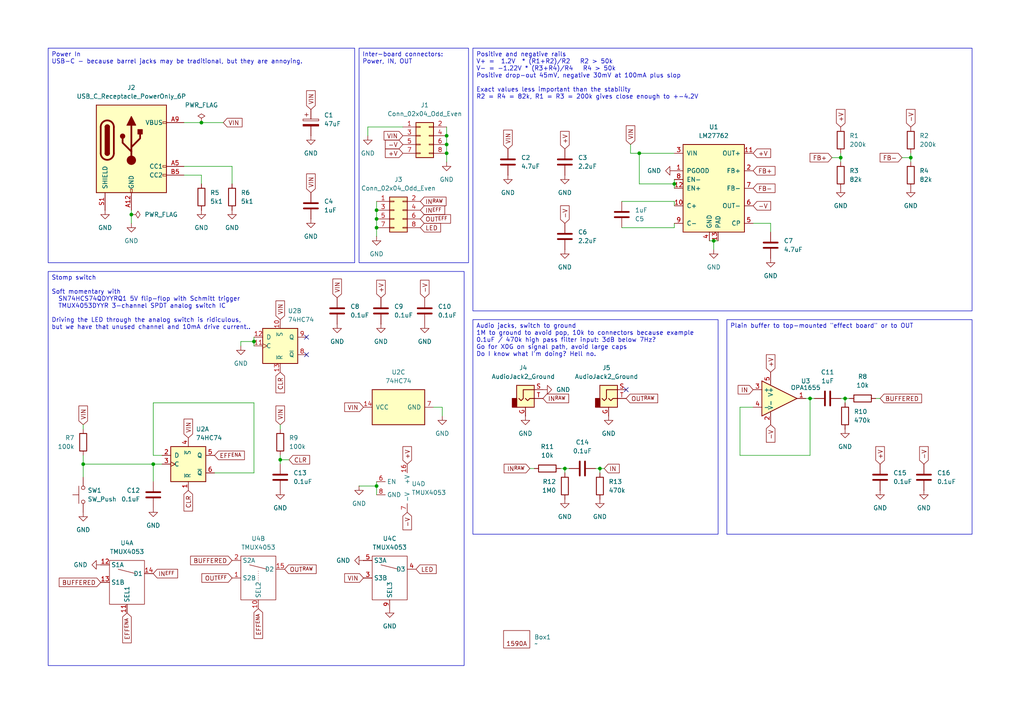
<source format=kicad_sch>
(kicad_sch (version 20231120) (generator "eeschema") (generator_version "8.0")
  (paper "A4")
  (title_block (title "Base board with USB-C in and LDO power rails") (date "2025-02-28") (rev "v1.0"))
  (lib_symbols
    (symbol "74xx:74HC74" (pin_names (offset 1.016))
      (property "Reference" "U" (at -7.62 8.89 0))
      (property "Value" "74HC74" (at -7.62 -8.89 0))
      (symbol "74HC74_1_0"
        (pin input line (at 0 -7.62 90) (length 2.54) (name "~{R}") (number "1"))
        (pin input line (at -7.62 2.54 0) (length 2.54) (name "D") (number "2"))
        (pin input clock (at -7.62 0 0) (length 2.54) (name "C") (number "3"))
        (pin input line (at 0 7.62 270) (length 2.54) (name "~{S}") (number "4"))
        (pin output line (at 7.62 2.54 180) (length 2.54) (name "Q") (number "5"))
        (pin output line (at 7.62 -2.54 180) (length 2.54) (name "~{Q}") (number "6"))
      )
      (symbol "74HC74_1_1"
        (rectangle (start -5.08 5.08) (end 5.08 -5.08) (stroke (width 0.254)) (fill (type background)))
      )
      (symbol "74HC74_2_0"
        (pin input line (at 0 7.62 270) (length 2.54) (name "~{S}") (number "10"))
        (pin input clock (at -7.62 0 0) (length 2.54) (name "C") (number "11"))
        (pin input line (at -7.62 2.54 0) (length 2.54) (name "D") (number "12"))
        (pin input line (at 0 -7.62 90) (length 2.54) (name "~{R}") (number "13"))
        (pin output line (at 7.62 -2.54 180) (length 2.54) (name "~{Q}") (number "8"))
        (pin output line (at 7.62 2.54 180) (length 2.54) (name "Q") (number "9"))
      )
      (symbol "74HC74_2_1"
        (rectangle (start -5.08 5.08) (end 5.08 -5.08) (stroke (width 0.254)) (fill (type background)))
      )
      (symbol "74HC74_3_0"
        (pin power_in line (at 0 10.16 270) (length 2.54) (name "VCC") (number "14"))
        (pin power_in line (at 0 -10.16 90) (length 2.54) (name "GND") (number "7"))
      )
      (symbol "74HC74_3_1"
        (rectangle (start -5.08 7.62) (end 5.08 -7.62) (stroke (width 0.254)) (fill (type background)))
      )
    )
    (symbol "Connector:USB_C_Receptacle_PowerOnly_6P" (pin_names (offset 1.016))
      (property "Reference" "J" (at 0 16.51 0))
      (property "Value" "USB_C_Receptacle_PowerOnly_6P" (at 0 13.97 0))
      (symbol "USB_C_Receptacle_PowerOnly_6P_0_0"
        (rectangle (start -0.254 -12.7) (end 0.254 -11.684))
        (rectangle (start 10.16 -7.366) (end 9.144 -7.874))
        (rectangle (start 10.16 -4.826) (end 9.144 -5.334))
        (rectangle (start 10.16 7.874) (end 9.144 7.366))
      )
      (symbol "USB_C_Receptacle_PowerOnly_6P_0_1"
        (rectangle (start -10.16 12.7) (end 10.16 -12.7) (stroke (width 0.254)) (fill (type background)))
        (arc (start -8.89 -1.27) (mid -6.985 -3.1667) (end -5.08 -1.27) (stroke (width 0.508)))
        (arc (start -7.62 -1.27) (mid -6.985 -1.9023) (end -6.35 -1.27) (stroke (width 0.254)))
        (arc (start -7.62 -1.27) (mid -6.985 -1.9023) (end -6.35 -1.27) (stroke (width 0.254)) (fill (type outline)))
        (rectangle (start -7.62 -1.27) (end -6.35 6.35) (stroke (width 0.254)) (fill (type outline)))
        (arc (start -6.35 6.35) (mid -6.985 6.9823) (end -7.62 6.35) (stroke (width 0.254)))
        (arc (start -6.35 6.35) (mid -6.985 6.9823) (end -7.62 6.35) (stroke (width 0.254)) (fill (type outline)))
        (arc (start -5.08 6.35) (mid -6.985 8.2467) (end -8.89 6.35) (stroke (width 0.508)))
        (circle (center -2.54 3.683) (radius 0.635) (stroke (width 0.254)) (fill (type outline)))
        (circle (center 0 -3.302) (radius 1.27) (fill (type outline)))
        (polyline (pts (xy -8.89 -1.27) (xy -8.89 6.35)) (stroke (width 0.508)))
        (polyline (pts (xy -5.08 6.35) (xy -5.08 -1.27)) (stroke (width 0.508)))
        (polyline (pts (xy 0 -3.302) (xy 0 6.858)) (stroke (width 0.508)))
        (polyline (pts (xy 0 -0.762) (xy -2.54 1.778) (xy -2.54 3.048)) (stroke (width 0.508)))
        (polyline (pts (xy 0 0.508) (xy 2.54 3.048) (xy 2.54 4.318)) (stroke (width 0.508)))
        (polyline (pts (xy -1.27 6.858) (xy 0 9.398) (xy 1.27 6.858) (xy -1.27 6.858)) (stroke (width 0.254)) (fill (type outline)))
        (rectangle (start 1.905 4.318) (end 3.175 5.588) (stroke (width 0.254)) (fill (type outline)))
      )
      (symbol "USB_C_Receptacle_PowerOnly_6P_1_1"
        (pin passive line (at 0 -17.78 90) (length 5.08) (name "GND") (number "A12"))
        (pin bidirectional line (at 15.24 -5.08 180) (length 5.08) (name "CC1") (number "A5"))
        (pin passive line (at 15.24 7.62 180) (length 5.08) (name "VBUS") (number "A9"))
        (pin passive line (at 0 -17.78 90) (length 5.08) hide (name "GND") (number "B12"))
        (pin bidirectional line (at 15.24 -7.62 180) (length 5.08) (name "CC2") (number "B5"))
        (pin passive line (at 15.24 7.62 180) (length 5.08) hide (name "VBUS") (number "B9"))
        (pin passive line (at -7.62 -17.78 90) (length 5.08) (name "SHIELD") (number "S1"))
      )
    )
    (symbol "Connector_Audio:AudioJack2_Ground"
      (property "Reference" "J" (at 0 8.89 0))
      (property "Value" "AudioJack2_Ground" (at 0 6.35 0))
      (symbol "AudioJack2_Ground_0_1"
        (rectangle (start -2.54 -2.54) (end -3.81 0) (stroke (width 0.254)) (fill (type outline)))
        (polyline (pts (xy 0 0) (xy 0.635 -0.635) (xy 1.27 0) (xy 2.54 0)) (stroke (width 0.254)))
        (polyline (pts (xy 2.54 2.54) (xy -0.635 2.54) (xy -0.635 0) (xy -1.27 -0.635) (xy -1.905 0)) (stroke (width 0.254)))
        (rectangle (start 2.54 3.81) (end -2.54 -2.54) (stroke (width 0.254)) (fill (type background)))
      )
      (symbol "AudioJack2_Ground_1_1"
        (pin passive line (at 0 -5.08 90) (length 2.54) (name "~") (number "G"))
        (pin passive line (at 5.08 2.54 180) (length 2.54) (name "~") (number "S"))
        (pin passive line (at 5.08 0 180) (length 2.54) (name "~") (number "T"))
      )
    )
    (symbol "Connector_Generic:Conn_02x04_Odd_Even" (pin_names (offset 1.016) hide)
      (property "Reference" "J" (at 1.27 5.08 0))
      (property "Value" "Conn_02x04_Odd_Even" (at 1.27 -7.62 0))
      (symbol "Conn_02x04_Odd_Even_1_1"
        (rectangle (start -1.27 -4.953) (end 0 -5.207) (stroke (width 0.1524)))
        (rectangle (start -1.27 -2.413) (end 0 -2.667) (stroke (width 0.1524)))
        (rectangle (start -1.27 0.127) (end 0 -0.127) (stroke (width 0.1524)))
        (rectangle (start -1.27 2.667) (end 0 2.413) (stroke (width 0.1524)))
        (rectangle (start -1.27 3.81) (end 3.81 -6.35) (stroke (width 0.254)) (fill (type background)))
        (rectangle (start 3.81 -4.953) (end 2.54 -5.207) (stroke (width 0.1524)))
        (rectangle (start 3.81 -2.413) (end 2.54 -2.667) (stroke (width 0.1524)))
        (rectangle (start 3.81 0.127) (end 2.54 -0.127) (stroke (width 0.1524)))
        (rectangle (start 3.81 2.667) (end 2.54 2.413) (stroke (width 0.1524)))
        (pin passive line (at -5.08 2.54 0) (length 3.81) (name "Pin_1") (number "1"))
        (pin passive line (at 7.62 2.54 180) (length 3.81) (name "Pin_2") (number "2"))
        (pin passive line (at -5.08 0 0) (length 3.81) (name "Pin_3") (number "3"))
        (pin passive line (at 7.62 0 180) (length 3.81) (name "Pin_4") (number "4"))
        (pin passive line (at -5.08 -2.54 0) (length 3.81) (name "Pin_5") (number "5"))
        (pin passive line (at 7.62 -2.54 180) (length 3.81) (name "Pin_6") (number "6"))
        (pin passive line (at -5.08 -5.08 0) (length 3.81) (name "Pin_7") (number "7"))
        (pin passive line (at 7.62 -5.08 180) (length 3.81) (name "Pin_8") (number "8"))
      )
    )
    (symbol "Device:C" (pin_numbers hide) (pin_names (offset 0.254))
      (property "Reference" "C" (at 0.635 2.54 0))
      (property "Value" "C" (at 0.635 -2.54 0))
      (symbol "C_0_1"
        (polyline (pts (xy -2.032 -0.762) (xy 2.032 -0.762)) (stroke (width 0.508)))
        (polyline (pts (xy -2.032 0.762) (xy 2.032 0.762)) (stroke (width 0.508)))
      )
      (symbol "C_1_1"
        (pin passive line (at 0 3.81 270) (length 2.794) (name "~") (number "1"))
        (pin passive line (at 0 -3.81 90) (length 2.794) (name "~") (number "2"))
      )
    )
    (symbol "Device:C_Polarized" (pin_numbers hide) (pin_names (offset 0.254))
      (property "Reference" "C" (at 0.635 2.54 0))
      (property "Value" "C_Polarized" (at 0.635 -2.54 0))
      (symbol "C_Polarized_0_1"
        (rectangle (start -2.286 0.508) (end 2.286 1.016))
        (polyline (pts (xy -1.778 2.286) (xy -0.762 2.286)))
        (polyline (pts (xy -1.27 2.794) (xy -1.27 1.778)))
        (rectangle (start 2.286 -0.508) (end -2.286 -1.016) (fill (type outline)))
      )
      (symbol "C_Polarized_1_1"
        (pin passive line (at 0 3.81 270) (length 2.794) (name "~") (number "1"))
        (pin passive line (at 0 -3.81 90) (length 2.794) (name "~") (number "2"))
      )
    )
    (symbol "Device:R" (pin_numbers hide) (pin_names (offset 0))
      (property "Reference" "R" (at 2.032 0 90))
      (property "Value" "R" (at 0 0 90))
      (symbol "R_0_1"
        (rectangle (start -1.016 -2.54) (end 1.016 2.54) (stroke (width 0.254)))
      )
      (symbol "R_1_1"
        (pin passive line (at 0 3.81 270) (length 1.27) (name "~") (number "1"))
        (pin passive line (at 0 -3.81 90) (length 1.27) (name "~") (number "2"))
      )
    )
    (symbol "Mylib:Enclosure_1590A"
      (property "Reference" "Box" (at 0 0 0))
      (symbol "Enclosure_1590A_0_1"
        (rectangle (start -3.81 1.27) (end 3.81 -3.81))
      )
      (symbol "Enclosure_1590A_1_1"
        (text "1590A" (at 0 -2.54 0) (effects (font (size 1.27 1.27))))
      )
    )
    (symbol "Mylib:OPA1655DVB"
      (property "Reference" "U" (at -6.35 6.35 0))
      (symbol "OPA1655DVB_0_1"
        (polyline (pts (xy 0 5.08) (xy 10.16 0) (xy 0 -5.08) (xy 0 5.08)) (stroke (width 0.254)) (fill (type background)))
        (pin power_in line (at 2.54 -7.62 90) (length 3.81) (name "V-") (number "2"))
        (pin power_in line (at 2.54 7.62 270) (length 3.81) (name "V+") (number "5"))
      )
      (symbol "OPA1655DVB_1_1"
        (pin output line (at 12.7 0 180) (length 2.54) (name "~") (number "1"))
        (pin input line (at -2.54 2.54 0) (length 2.54) (name "+") (number "3"))
        (pin input line (at -2.54 -2.54 0) (length 2.54) (name "-") (number "4"))
      )
    )
    (symbol "Mylib:TMUX4053DYY"
      (property "Reference" "U" (at 0 3.81 0))
      (property "Value" "TMUX4053" (at 0 1.27 0))
      (symbol "TMUX4053DYY_1_1"
        (rectangle (start -5.08 -1.27) (end 5.08 -13.97))
        (polyline (pts (xy 2.54 -5.08) (xy -2.54 -3.81)))
        (pin input line (at 0 -16.51 90) (length 2.54) (name "SEL1") (number "11"))
        (pin bidirectional line (at -7.62 -2.54 0) (length 2.54) (name "S1A") (number "12"))
        (pin bidirectional line (at -7.62 -7.62 0) (length 2.54) (name "S1B") (number "13"))
        (pin bidirectional line (at 7.62 -5.08 180) (length 2.54) (name "D1") (number "14"))
      )
      (symbol "TMUX4053DYY_2_1"
        (rectangle (start -5.08 -2.54) (end 5.08 -15.24))
        (polyline (pts (xy 0 -10.16) (xy 0 -6.35)) (stroke (width 0) (type dot)))
        (polyline (pts (xy 2.54 -6.35) (xy -2.54 -5.08)))
        (pin bidirectional line (at -7.62 -8.89 0) (length 2.54) (name "S2B") (number "1"))
        (pin input line (at 0 -17.78 90) (length 2.54) (name "SEL2") (number "10"))
        (pin bidirectional line (at 7.62 -6.35 180) (length 2.54) (name "D2") (number "15"))
        (pin bidirectional line (at -7.62 -3.81 0) (length 2.54) (name "S2A") (number "2"))
      )
      (symbol "TMUX4053DYY_3_1"
        (rectangle (start -5.08 -2.54) (end 5.08 -15.24))
        (polyline (pts (xy 2.54 -6.35) (xy -2.54 -5.08)))
        (pin bidirectional line (at -7.62 -8.89 0) (length 2.54) (name "S3B") (number "3"))
        (pin bidirectional line (at 7.62 -6.35 180) (length 2.54) (name "D3") (number "4"))
        (pin bidirectional line (at -7.62 -3.81 0) (length 2.54) (name "S3A") (number "5"))
        (pin input line (at 0 -17.78 90) (length 2.54) (name "SEL3") (number "9"))
      )
      (symbol "TMUX4053DYY_4_1"
        (pin power_in line (at 0 -2.54 270) (length 2.54) (name "+V") (number "16"))
        (pin input line (at -8.89 -7.62 0) (length 2.54) (name "EN") (number "6"))
        (pin power_in line (at 0 -16.51 90) (length 2.54) (name "-V") (number "7"))
        (pin power_in line (at -8.89 -11.43 0) (length 2.54) (name "GND") (number "8"))
      )
    )
    (symbol "Regulator_SwitchedCapacitor:LM27762" (pin_names (offset 1.016))
      (property "Reference" "U" (at -6.604 8.89 0))
      (property "Value" "LM27762" (at 6.096 8.89 0))
      (symbol "LM27762_0_1"
        (rectangle (start -7.62 7.62) (end 10.16 -17.78) (stroke (width 0.254)) (fill (type background)))
      )
      (symbol "LM27762_1_1"
        (pin open_collector line (at -10.16 0 0) (length 2.54) (name "PGOOD") (number "1"))
        (pin passive line (at -10.16 -10.16 0) (length 2.54) (name "C+") (number "10"))
        (pin power_out line (at 12.7 5.08 180) (length 2.54) (name "OUT+") (number "11"))
        (pin input line (at -10.16 -5.08 0) (length 2.54) (name "EN+") (number "12"))
        (pin power_in line (at 2.54 -20.32 90) (length 2.54) (name "PAD") (number "13"))
        (pin input line (at 12.7 0 180) (length 2.54) (name "FB+") (number "2"))
        (pin power_in line (at -10.16 5.08 0) (length 2.54) (name "VIN") (number "3"))
        (pin power_in line (at 0 -20.32 90) (length 2.54) (name "GND") (number "4"))
        (pin passive line (at 12.7 -15.24 180) (length 2.54) (name "CP") (number "5"))
        (pin power_out line (at 12.7 -10.16 180) (length 2.54) (name "OUT-") (number "6"))
        (pin input line (at 12.7 -5.08 180) (length 2.54) (name "FB-") (number "7"))
        (pin input line (at -10.16 -2.54 0) (length 2.54) (name "EN-") (number "8"))
        (pin passive line (at -10.16 -15.24 0) (length 2.54) (name "C-") (number "9"))
      )
    )
    (symbol "Switch:SW_Push" (pin_numbers hide) (pin_names (offset 1.016) hide)
      (property "Reference" "SW" (at 1.27 2.54 0))
      (property "Value" "SW_Push" (at 0 -1.524 0))
      (symbol "SW_Push_0_1"
        (circle (center -2.032 0) (radius 0.508))
        (polyline (pts (xy 0 1.27) (xy 0 3.048)))
        (polyline (pts (xy 2.54 1.27) (xy -2.54 1.27)))
        (circle (center 2.032 0) (radius 0.508))
        (pin passive line (at -5.08 0 0) (length 2.54) (name "1") (number "1"))
        (pin passive line (at 5.08 0 180) (length 2.54) (name "2") (number "2"))
      )
    )
    (symbol "power:GND" (power) (pin_numbers hide) (pin_names (offset 0) hide)
      (property "Value" "GND" (at 0 -3.81 0))
      (symbol "GND_0_1"
        (polyline (pts (xy 0 0) (xy 0 -1.27) (xy 1.27 -1.27) (xy 0 -2.54) (xy -1.27 -1.27) (xy 0 -1.27)))
      )
      (symbol "GND_1_1"
        (pin power_in line (at 0 0 270) (length 0) (name "~") (number "1"))
      )
    )
    (symbol "power:PWR_FLAG" (power) (pin_numbers hide) (pin_names (offset 0) hide)
      (property "Value" "PWR_FLAG" (at 0 3.81 0))
      (symbol "PWR_FLAG_0_0"
        (pin power_out line (at 0 0 90) (length 0) (name "~") (number "1"))
      )
      (symbol "PWR_FLAG_0_1"
        (polyline (pts (xy 0 0) (xy 0 1.27) (xy -1.016 1.905) (xy 0 2.54) (xy 1.016 1.905) (xy 0 1.27)))
      )
    )
  )
  (junction (at 109.22 63.5))
  (junction (at 58.42 35.56))
  (junction (at 207.01 69.85))
  (junction (at 243.84 45.72))
  (junction (at 38.1 62.23))
  (junction (at 185.42 44.45))
  (junction (at 129.54 41.91))
  (junction (at 81.28 133.35))
  (junction (at 109.22 140.97))
  (junction (at 24.13 134.62))
  (junction (at 129.54 39.37))
  (junction (at 109.22 60.96))
  (junction (at 264.16 45.72))
  (junction (at 129.54 44.45))
  (junction (at 245.11 115.57))
  (junction (at 44.45 134.62))
  (junction (at 73.66 99.06))
  (junction (at 109.22 66.04))
  (junction (at 173.99 135.89))
  (junction (at 234.95 115.57))
  (junction (at 163.83 135.89))
  (junction (at 195.58 53.34))
  (no_connect (at 88.9 102.87))
  (no_connect (at 181.61 113.03))
  (no_connect (at 88.9 97.79))
  (wire (pts (xy 24.13 134.62) (xy 24.13 138.43)))
  (wire (pts (xy 125.73 118.11) (xy 128.27 118.11)))
  (wire (pts (xy 129.54 44.45) (xy 129.54 46.99)))
  (wire (pts (xy 264.16 45.72) (xy 264.16 46.99)))
  (wire (pts (xy 73.66 97.79) (xy 73.66 99.06)))
  (wire (pts (xy 207.01 69.85) (xy 207.01 72.39)))
  (wire (pts (xy 254 115.57) (xy 255.27 115.57)))
  (wire (pts (xy 116.84 36.83) (xy 106.68 36.83)))
  (wire (pts (xy 81.28 123.19) (xy 81.28 124.46)))
  (wire (pts (xy 67.31 48.26) (xy 67.31 53.34)))
  (wire (pts (xy 81.28 132.08) (xy 81.28 133.35)))
  (wire (pts (xy 163.83 135.89) (xy 163.83 137.16)))
  (wire (pts (xy 234.95 115.57) (xy 234.95 132.08)))
  (wire (pts (xy 185.42 53.34) (xy 185.42 44.45)))
  (wire (pts (xy 173.99 135.89) (xy 175.26 135.89)))
  (wire (pts (xy 261.62 45.72) (xy 264.16 45.72)))
  (wire (pts (xy 214.63 132.08) (xy 214.63 118.11)))
  (wire (pts (xy 109.22 58.42) (xy 109.22 60.96)))
  (wire (pts (xy 163.83 135.89) (xy 165.1 135.89)))
  (wire (pts (xy 234.95 132.08) (xy 214.63 132.08)))
  (wire (pts (xy 62.23 137.16) (xy 73.66 137.16)))
  (wire (pts (xy 69.85 99.06) (xy 73.66 99.06)))
  (wire (pts (xy 207.01 69.85) (xy 208.28 69.85)))
  (wire (pts (xy 236.22 115.57) (xy 234.95 115.57)))
  (wire (pts (xy 195.58 58.42) (xy 195.58 59.69)))
  (wire (pts (xy 38.1 62.23) (xy 38.1 60.96)))
  (wire (pts (xy 109.22 60.96) (xy 109.22 63.5)))
  (wire (pts (xy 173.99 135.89) (xy 173.99 137.16)))
  (wire (pts (xy 182.88 41.91) (xy 182.88 44.45)))
  (wire (pts (xy 53.34 50.8) (xy 58.42 50.8)))
  (wire (pts (xy 243.84 45.72) (xy 243.84 46.99)))
  (wire (pts (xy 58.42 50.8) (xy 58.42 53.34)))
  (wire (pts (xy 73.66 99.06) (xy 73.66 100.33)))
  (wire (pts (xy 129.54 41.91) (xy 129.54 44.45)))
  (wire (pts (xy 58.42 35.56) (xy 53.34 35.56)))
  (wire (pts (xy 153.67 135.89) (xy 154.94 135.89)))
  (wire (pts (xy 218.44 64.77) (xy 223.52 64.77)))
  (wire (pts (xy 104.14 140.97) (xy 109.22 140.97)))
  (wire (pts (xy 109.22 140.97) (xy 109.22 143.51)))
  (wire (pts (xy 223.52 64.77) (xy 223.52 67.31)))
  (wire (pts (xy 195.58 66.04) (xy 195.58 64.77)))
  (wire (pts (xy 195.58 53.34) (xy 195.58 54.61)))
  (wire (pts (xy 106.68 36.83) (xy 106.68 39.37)))
  (wire (pts (xy 129.54 39.37) (xy 129.54 41.91)))
  (wire (pts (xy 44.45 116.84) (xy 44.45 132.08)))
  (wire (pts (xy 53.34 48.26) (xy 67.31 48.26)))
  (wire (pts (xy 44.45 134.62) (xy 46.99 134.62)))
  (wire (pts (xy 182.88 44.45) (xy 185.42 44.45)))
  (wire (pts (xy 24.13 134.62) (xy 44.45 134.62)))
  (wire (pts (xy 44.45 132.08) (xy 46.99 132.08)))
  (wire (pts (xy 185.42 53.34) (xy 195.58 53.34)))
  (wire (pts (xy 38.1 64.77) (xy 38.1 62.23)))
  (wire (pts (xy 73.66 116.84) (xy 44.45 116.84)))
  (wire (pts (xy 44.45 134.62) (xy 44.45 139.7)))
  (wire (pts (xy 109.22 66.04) (xy 109.22 68.58)))
  (wire (pts (xy 180.34 66.04) (xy 195.58 66.04)))
  (wire (pts (xy 245.11 115.57) (xy 246.38 115.57)))
  (wire (pts (xy 81.28 133.35) (xy 81.28 134.62)))
  (wire (pts (xy 24.13 132.08) (xy 24.13 134.62)))
  (wire (pts (xy 81.28 133.35) (xy 83.82 133.35)))
  (wire (pts (xy 180.34 58.42) (xy 195.58 58.42)))
  (wire (pts (xy 241.3 45.72) (xy 243.84 45.72)))
  (wire (pts (xy 185.42 44.45) (xy 195.58 44.45)))
  (wire (pts (xy 214.63 118.11) (xy 218.44 118.11)))
  (wire (pts (xy 172.72 135.89) (xy 173.99 135.89)))
  (wire (pts (xy 243.84 115.57) (xy 245.11 115.57)))
  (wire (pts (xy 233.68 115.57) (xy 234.95 115.57)))
  (wire (pts (xy 245.11 115.57) (xy 245.11 116.84)))
  (wire (pts (xy 205.74 69.85) (xy 207.01 69.85)))
  (wire (pts (xy 264.16 44.45) (xy 264.16 45.72)))
  (wire (pts (xy 128.27 118.11) (xy 128.27 120.65)))
  (wire (pts (xy 195.58 52.07) (xy 195.58 53.34)))
  (wire (pts (xy 109.22 139.7) (xy 109.22 140.97)))
  (wire (pts (xy 109.22 63.5) (xy 109.22 66.04)))
  (wire (pts (xy 24.13 123.19) (xy 24.13 124.46)))
  (wire (pts (xy 69.85 100.33) (xy 69.85 99.06)))
  (wire (pts (xy 243.84 44.45) (xy 243.84 45.72)))
  (wire (pts (xy 64.77 35.56) (xy 58.42 35.56)))
  (wire (pts (xy 73.66 137.16) (xy 73.66 116.84)))
  (wire (pts (xy 129.54 36.83) (xy 129.54 39.37)))
  (wire (pts (xy 162.56 135.89) (xy 163.83 135.89)))
  (text_box "Audio jacks, switch to ground\n1M to ground to avoid pop, 10k to connectors because example\n0.1uF / 470k high pass filter input: 3dB below 7Hz?\nGo for X0G on signal path, avoid large caps\nDo I know what I'm doing? Hell no." (at 137.16 92.71 0) (size 71.12 62.23) (effects (font (size 1.27 1.27)) (justify left top)))
  (text_box "Positive and negative rails\nV+ =  1.2V  * (R1+R2)/R2   R2 > 50k\nV- = -1.22V * (R3+R4)/R4   R4 > 50k\nPositive drop-out 45mV, negative 30mV at 100mA plus slop\n\nExact values less important than the stability\nR2 = R4 = 82k, R1 = R3 = 200k gives close enough to +-4.2V" (at 137.16 13.97 0) (size 144.78 76.2) (effects (font (size 1.27 1.27)) (justify left top)))
  (text_box "Plain buffer to top-mounted \"effect board\" or to OUT" (at 210.82 92.71 0) (size 71.12 62.23) (effects (font (size 1.27 1.27)) (justify left top)))
  (text_box "Inter-board connectors:\nPower, IN, OUT" (at 104.14 13.97 0) (size 31.75 62.23) (effects (font (size 1.27 1.27)) (justify left top)))
  (text_box "Power In\nUSB-C - because barrel jacks may be traditional, but they are annoying." (at 13.97 13.97 0) (size 88.9 62.23) (effects (font (size 1.27 1.27)) (justify left top)))
  (text_box "Stomp switch\n\nSoft momentary with\n  SN74HCS74QDYYRQ1 5V flip-flop with Schmitt trigger\n  TMUX4053DYYR 3-channel SPDT analog switch IC\n\nDriving the LED through the analog switch is ridiculous,\nbut we have that unused channel and 10mA drive current.." (at 13.97 78.74 0) (size 120.65 114.3) (effects (font (size 1.27 1.27)) (justify left top)))
  (global_label "CLR" (shape input) (at 54.61 142.24 270) (property "Intersheetrefs" "${INTERSHEET_REFS}" (effects (hide yes))))
  (global_label "VIN" (shape input) (at 105.41 118.11 180) (property "Intersheetrefs" "${INTERSHEET_REFS}" (effects (hide yes))))
  (global_label "EFF^{ENA}" (shape input) (at 36.83 177.8 270) (property "Intersheetrefs" "${INTERSHEET_REFS}" (effects (hide yes))))
  (global_label "IN^{RAW}" (shape input) (at 121.92 58.42 0) (property "Intersheetrefs" "${INTERSHEET_REFS}" (effects (hide yes))))
  (global_label "VIN" (shape input) (at 97.79 86.36 90) (property "Intersheetrefs" "${INTERSHEET_REFS}" (effects (hide yes))))
  (global_label "FB+" (shape input) (at 241.3 45.72 180) (property "Intersheetrefs" "${INTERSHEET_REFS}" (effects (hide yes))))
  (global_label "BUFFERED" (shape input) (at 29.21 168.91 180) (property "Intersheetrefs" "${INTERSHEET_REFS}" (effects (hide yes))))
  (global_label "-V" (shape input) (at 218.44 59.69 0) (property "Intersheetrefs" "${INTERSHEET_REFS}" (effects (hide yes))))
  (global_label "IN" (shape input) (at 175.26 135.89 0) (property "Intersheetrefs" "${INTERSHEET_REFS}" (effects (hide yes))))
  (global_label "VIN" (shape input) (at 64.77 35.56 0) (property "Intersheetrefs" "${INTERSHEET_REFS}" (effects (hide yes))))
  (global_label "OUT^{EFF}" (shape input) (at 67.31 167.64 180) (property "Intersheetrefs" "${INTERSHEET_REFS}" (effects (hide yes))))
  (global_label "VIN" (shape input) (at 24.13 123.19 90) (property "Intersheetrefs" "${INTERSHEET_REFS}" (effects (hide yes))))
  (global_label "OUT^{RAW}" (shape input) (at 181.61 115.57 0) (property "Intersheetrefs" "${INTERSHEET_REFS}" (effects (hide yes))))
  (global_label "EFF^{ENA}" (shape input) (at 74.93 176.53 270) (property "Intersheetrefs" "${INTERSHEET_REFS}" (effects (hide yes))))
  (global_label "VIN" (shape input) (at 90.17 55.88 90) (property "Intersheetrefs" "${INTERSHEET_REFS}" (effects (hide yes))))
  (global_label "VIN" (shape input) (at 81.28 123.19 90) (property "Intersheetrefs" "${INTERSHEET_REFS}" (effects (hide yes))))
  (global_label "VIN" (shape input) (at 54.61 127 90) (property "Intersheetrefs" "${INTERSHEET_REFS}" (effects (hide yes))))
  (global_label "VIN" (shape input) (at 147.32 43.18 90) (property "Intersheetrefs" "${INTERSHEET_REFS}" (effects (hide yes))))
  (global_label "VIN" (shape input) (at 81.28 92.71 90) (property "Intersheetrefs" "${INTERSHEET_REFS}" (effects (hide yes))))
  (global_label "-V" (shape input) (at 223.52 123.19 270) (property "Intersheetrefs" "${INTERSHEET_REFS}" (effects (hide yes))))
  (global_label "VIN" (shape input) (at 182.88 41.91 90) (property "Intersheetrefs" "${INTERSHEET_REFS}" (effects (hide yes))))
  (global_label "FB+" (shape input) (at 218.44 49.53 0) (property "Intersheetrefs" "${INTERSHEET_REFS}" (effects (hide yes))))
  (global_label "IN^{RAW}" (shape input) (at 157.48 115.57 0) (property "Intersheetrefs" "${INTERSHEET_REFS}" (effects (hide yes))))
  (global_label "+V" (shape input) (at 255.27 134.62 90) (property "Intersheetrefs" "${INTERSHEET_REFS}" (effects (hide yes))))
  (global_label "+V" (shape input) (at 118.11 134.62 90) (property "Intersheetrefs" "${INTERSHEET_REFS}" (effects (hide yes))))
  (global_label "+V" (shape input) (at 110.49 86.36 90) (property "Intersheetrefs" "${INTERSHEET_REFS}" (effects (hide yes))))
  (global_label "IN^{EFF}" (shape input) (at 44.45 166.37 0) (property "Intersheetrefs" "${INTERSHEET_REFS}" (effects (hide yes))))
  (global_label "BUFFERED" (shape input) (at 67.31 162.56 180) (property "Intersheetrefs" "${INTERSHEET_REFS}" (effects (hide yes))))
  (global_label "+V" (shape input) (at 163.83 43.18 90) (property "Intersheetrefs" "${INTERSHEET_REFS}" (effects (hide yes))))
  (global_label "IN^{RAW}" (shape input) (at 153.67 135.89 180) (property "Intersheetrefs" "${INTERSHEET_REFS}" (effects (hide yes))))
  (global_label "LED" (shape input) (at 121.92 66.04 0) (property "Intersheetrefs" "${INTERSHEET_REFS}" (effects (hide yes))))
  (global_label "IN" (shape input) (at 218.44 113.03 180) (property "Intersheetrefs" "${INTERSHEET_REFS}" (effects (hide yes))))
  (global_label "-V" (shape input) (at 267.97 134.62 90) (property "Intersheetrefs" "${INTERSHEET_REFS}" (effects (hide yes))))
  (global_label "EFF^{ENA}" (shape input) (at 62.23 132.08 0) (property "Intersheetrefs" "${INTERSHEET_REFS}" (effects (hide yes))))
  (global_label "-V" (shape input) (at 116.84 41.91 180) (property "Intersheetrefs" "${INTERSHEET_REFS}" (effects (hide yes))))
  (global_label "BUFFERED" (shape input) (at 255.27 115.57 0) (property "Intersheetrefs" "${INTERSHEET_REFS}" (effects (hide yes))))
  (global_label "-V" (shape input) (at 123.19 86.36 90) (property "Intersheetrefs" "${INTERSHEET_REFS}" (effects (hide yes))))
  (global_label "FB-" (shape input) (at 218.44 54.61 0) (property "Intersheetrefs" "${INTERSHEET_REFS}" (effects (hide yes))))
  (global_label "-V" (shape input) (at 163.83 64.77 90) (property "Intersheetrefs" "${INTERSHEET_REFS}" (effects (hide yes))))
  (global_label "CLR" (shape input) (at 81.28 107.95 270) (property "Intersheetrefs" "${INTERSHEET_REFS}" (effects (hide yes))))
  (global_label "+V" (shape input) (at 223.52 107.95 90) (property "Intersheetrefs" "${INTERSHEET_REFS}" (effects (hide yes))))
  (global_label "+V" (shape input) (at 116.84 44.45 180) (property "Intersheetrefs" "${INTERSHEET_REFS}" (effects (hide yes))))
  (global_label "-V" (shape input) (at 118.11 148.59 270) (property "Intersheetrefs" "${INTERSHEET_REFS}" (effects (hide yes))))
  (global_label "OUT^{EFF}" (shape input) (at 121.92 63.5 0) (property "Intersheetrefs" "${INTERSHEET_REFS}" (effects (hide yes))))
  (global_label "LED" (shape input) (at 120.65 165.1 0) (property "Intersheetrefs" "${INTERSHEET_REFS}" (effects (hide yes))))
  (global_label "CLR" (shape input) (at 83.82 133.35 0) (property "Intersheetrefs" "${INTERSHEET_REFS}" (effects (hide yes))))
  (global_label "FB-" (shape input) (at 261.62 45.72 180) (property "Intersheetrefs" "${INTERSHEET_REFS}" (effects (hide yes))))
  (global_label "IN^{EFF}" (shape input) (at 121.92 60.96 0) (property "Intersheetrefs" "${INTERSHEET_REFS}" (effects (hide yes))))
  (global_label "-V" (shape input) (at 264.16 36.83 90) (property "Intersheetrefs" "${INTERSHEET_REFS}" (effects (hide yes))))
  (global_label "OUT^{RAW}" (shape input) (at 82.55 165.1 0) (property "Intersheetrefs" "${INTERSHEET_REFS}" (effects (hide yes))))
  (global_label "+V" (shape input) (at 243.84 36.83 90) (property "Intersheetrefs" "${INTERSHEET_REFS}" (effects (hide yes))))
  (global_label "VIN" (shape input) (at 90.17 31.75 90) (property "Intersheetrefs" "${INTERSHEET_REFS}" (effects (hide yes))))
  (global_label "VIN" (shape input) (at 116.84 39.37 180) (property "Intersheetrefs" "${INTERSHEET_REFS}" (effects (hide yes))))
  (global_label "+V" (shape input) (at 218.44 44.45 0) (property "Intersheetrefs" "${INTERSHEET_REFS}" (effects (hide yes))))
  (global_label "VIN" (shape input) (at 105.41 167.64 180) (property "Intersheetrefs" "${INTERSHEET_REFS}" (effects (hide yes))))
  (symbol (lib_id "power:GND") (at 163.83 72.39 0) (unit 1)
    (property "Reference" "#PWR15" (effects (hide yes)))
    (property "Value" "GND" (at 163.83 77.47 0))
    (property "Description" "Power symbol creates a global label with name \"GND\" , ground" (effects (hide yes)))
  )
  (symbol (lib_id "power:GND") (at 152.4 120.65 0) (unit 1)
    (property "Reference" "#PWR23" (effects (hide yes)))
    (property "Value" "GND" (at 152.4 125.73 0))
    (property "Description" "Power symbol creates a global label with name \"GND\" , ground" (effects (hide yes)))
  )
  (symbol (lib_id "power:GND") (at 81.28 142.24 0) (unit 1)
    (property "Reference" "#PWR28" (effects (hide yes)))
    (property "Value" "GND" (at 81.28 147.32 0))
    (property "Description" "Power symbol creates a global label with name \"GND\" , ground" (effects (hide yes)))
  )
  (symbol (lib_id "Connector_Audio:AudioJack2_Ground") (at 152.4 115.57 0) (unit 1)
    (property "Reference" "J4" (at 151.765 106.68 0))
    (property "Value" "AudioJack2_Ground" (at 151.765 109.22 0))
    (property "Footprint" "Mylib:CK-6.35" (effects (hide yes)))
    (property "Description" "Audio Jack, 2 Poles (Mono / TS), Grounded Sleeve" (effects (hide yes)))
  )
  (symbol (lib_id "power:GND") (at 157.48 113.03 90) (unit 1)
    (property "Reference" "#PWR21" (effects (hide yes)))
    (property "Value" "GND" (at 161.29 113.0299 90) (effects (justify right)))
    (property "Description" "Power symbol creates a global label with name \"GND\" , ground" (effects (hide yes)))
  )
  (symbol (lib_id "power:GND") (at 90.17 39.37 0) (unit 1)
    (property "Reference" "#PWR1" (effects (hide yes)))
    (property "Value" "GND" (at 90.17 44.45 0))
    (property "Description" "Power symbol creates a global label with name \"GND\" , ground" (effects (hide yes)))
  )
  (symbol (lib_id "Device:C") (at 123.19 90.17 0) (unit 1)
    (property "Reference" "C10" (at 127 88.8999 0) (effects (justify left)))
    (property "Value" "0.1uF" (at 127 91.4399 0) (effects (justify left)))
    (property "Footprint" "Capacitor_SMD:C_1206_3216Metric_Pad1.33x1.80mm_HandSolder" (effects (hide yes)))
    (property "Description" "Unpolarized capacitor" (effects (hide yes)))
  )
  (symbol (lib_id "Device:C") (at 255.27 138.43 0) (unit 1)
    (property "Reference" "C15" (at 259.08 137.1599 0) (effects (justify left)))
    (property "Value" "0.1uF" (at 259.08 139.6999 0) (effects (justify left)))
    (property "Footprint" "Capacitor_SMD:C_1206_3216Metric_Pad1.33x1.80mm_HandSolder" (effects (hide yes)))
    (property "Description" "Unpolarized capacitor" (effects (hide yes)))
  )
  (symbol (lib_id "power:GND") (at 110.49 93.98 0) (unit 1)
    (property "Reference" "#PWR19" (effects (hide yes)))
    (property "Value" "GND" (at 110.49 99.06 0))
    (property "Description" "Power symbol creates a global label with name \"GND\" , ground" (effects (hide yes)))
  )
  (symbol (lib_id "Device:C") (at 240.03 115.57 90) (unit 1)
    (property "Reference" "C11" (at 240.03 107.95 90))
    (property "Value" "1uF" (at 240.03 110.49 90))
    (property "Footprint" "Capacitor_SMD:C_1206_3216Metric_Pad1.33x1.80mm_HandSolder" (effects (hide yes)))
    (property "Description" "Unpolarized capacitor" (effects (hide yes)))
  )
  (symbol (lib_id "power:GND") (at 113.03 176.53 0) (unit 1)
    (property "Reference" "#PWR39" (effects (hide yes)))
    (property "Value" "GND" (at 113.03 181.61 0))
    (property "Description" "Power symbol creates a global label with name \"GND\" , ground" (effects (hide yes)))
  )
  (symbol (lib_id "power:GND") (at 104.14 140.97 0) (unit 1)
    (property "Reference" "#PWR29" (effects (hide yes)))
    (property "Value" "GND" (at 104.14 146.05 0))
    (property "Description" "Power symbol creates a global label with name \"GND\" , ground" (effects (hide yes)))
  )
  (symbol (lib_id "power:GND") (at 106.68 39.37 0) (unit 1)
    (property "Reference" "#PWR2" (effects (hide yes)))
    (property "Value" "GND" (at 106.68 44.45 0))
    (property "Description" "Power symbol creates a global label with name \"GND\" , ground" (effects (hide yes)))
  )
  (symbol (lib_id "Device:C_Polarized") (at 90.17 35.56 0) (unit 1)
    (property "Reference" "C1" (at 93.98 33.4009 0) (effects (justify left)))
    (property "Value" "47uF" (at 93.98 35.9409 0) (effects (justify left)))
    (property "Footprint" "Capacitor_THT:CP_Radial_D5.0mm_P2.00mm" (effects (hide yes)))
    (property "Description" "Polarized capacitor" (effects (hide yes)))
  )
  (symbol (lib_id "Device:R") (at 81.28 128.27 0) (unit 1)
    (property "Reference" "R9" (at 83.82 126.9999 0) (effects (justify left)))
    (property "Value" "100k" (at 83.82 129.5399 0) (effects (justify left)))
    (property "Footprint" "Resistor_SMD:R_0805_2012Metric_Pad1.20x1.40mm_HandSolder" (effects (hide yes)))
    (property "Description" "Resistor" (effects (hide yes)))
  )
  (symbol (lib_id "Device:C") (at 163.83 68.58 0) (unit 1)
    (property "Reference" "C6" (at 167.64 67.3099 0) (effects (justify left)))
    (property "Value" "2.2uF" (at 167.64 69.8499 0) (effects (justify left)))
    (property "Footprint" "Capacitor_SMD:C_1206_3216Metric_Pad1.33x1.80mm_HandSolder" (effects (hide yes)))
    (property "Description" "Unpolarized capacitor" (effects (hide yes)))
  )
  (symbol (lib_id "power:GND") (at 129.54 46.99 0) (unit 1)
    (property "Reference" "#PWR3" (effects (hide yes)))
    (property "Value" "GND" (at 129.54 52.07 0))
    (property "Description" "Power symbol creates a global label with name \"GND\" , ground" (effects (hide yes)))
  )
  (symbol (lib_id "power:GND") (at 163.83 144.78 0) (unit 1)
    (property "Reference" "#PWR33" (effects (hide yes)))
    (property "Value" "GND" (at 163.83 149.86 0))
    (property "Description" "Power symbol creates a global label with name \"GND\" , ground" (effects (hide yes)))
  )
  (symbol (lib_id "Switch:SW_Push") (at 24.13 143.51 90) (unit 1)
    (property "Reference" "SW1" (at 25.4 142.2399 90) (effects (justify right)))
    (property "Value" "SW_Push" (at 25.4 144.7799 90) (effects (justify right)))
    (property "Footprint" "Connector_PinHeader_2.54mm:PinHeader_1x02_P2.54mm_Vertical" (effects (hide yes)))
    (property "Description" "Push button switch, generic, two pins" (effects (hide yes)))
  )
  (symbol (lib_id "Device:C") (at 90.17 59.69 0) (unit 1)
    (property "Reference" "C4" (at 93.98 58.4199 0) (effects (justify left)))
    (property "Value" "1uF" (at 93.98 60.9599 0) (effects (justify left)))
    (property "Footprint" "Capacitor_SMD:C_1206_3216Metric_Pad1.33x1.80mm_HandSolder" (effects (hide yes)))
    (property "Description" "Unpolarized capacitor" (effects (hide yes)))
  )
  (symbol (lib_id "power:GND") (at 38.1 64.77 0) (unit 1)
    (property "Reference" "#PWR13" (effects (hide yes)))
    (property "Value" "GND" (at 38.1 69.85 0))
    (property "Description" "Power symbol creates a global label with name \"GND\" , ground" (effects (hide yes)))
  )
  (symbol (lib_id "power:GND") (at 123.19 93.98 0) (unit 1)
    (property "Reference" "#PWR20" (effects (hide yes)))
    (property "Value" "GND" (at 123.19 99.06 0))
    (property "Description" "Power symbol creates a global label with name \"GND\" , ground" (effects (hide yes)))
  )
  (symbol (lib_id "power:GND") (at 69.85 100.33 0) (unit 1)
    (property "Reference" "#PWR30" (effects (hide yes)))
    (property "Value" "GND" (at 69.85 105.41 0))
    (property "Description" "Power symbol creates a global label with name \"GND\" , ground" (effects (hide yes)))
  )
  (symbol (lib_id "power:GND") (at 67.31 60.96 0) (unit 1)
    (property "Reference" "#PWR11" (effects (hide yes)))
    (property "Value" "GND" (at 67.31 66.04 0))
    (property "Description" "Power symbol creates a global label with name \"GND\" , ground" (effects (hide yes)))
  )
  (symbol (lib_id "Device:R") (at 245.11 120.65 0) (unit 1)
    (property "Reference" "R10" (at 247.65 119.3799 0) (effects (justify left)))
    (property "Value" "470k" (at 247.65 121.9199 0) (effects (justify left)))
    (property "Footprint" "Resistor_SMD:R_0805_2012Metric_Pad1.20x1.40mm_HandSolder" (effects (hide yes)))
    (property "Description" "Resistor" (effects (hide yes)))
  )
  (symbol (lib_id "Device:R") (at 24.13 128.27 0) (mirror y) (unit 1)
    (property "Reference" "R7" (at 21.59 126.9999 0) (effects (justify left)))
    (property "Value" "100k" (at 21.59 129.5399 0) (effects (justify left)))
    (property "Footprint" "Resistor_SMD:R_0805_2012Metric_Pad1.20x1.40mm_HandSolder" (effects (hide yes)))
    (property "Description" "Resistor" (effects (hide yes)))
  )
  (symbol (lib_id "Device:C") (at 147.32 46.99 0) (unit 1)
    (property "Reference" "C2" (at 151.13 45.7199 0) (effects (justify left)))
    (property "Value" "4.7uF" (at 151.13 48.2599 0) (effects (justify left)))
    (property "Footprint" "Capacitor_SMD:C_1206_3216Metric_Pad1.33x1.80mm_HandSolder" (effects (hide yes)))
    (property "Description" "Unpolarized capacitor" (effects (hide yes)))
  )
  (symbol (lib_id "power:GND") (at 264.16 54.61 0) (unit 1)
    (property "Reference" "#PWR8" (effects (hide yes)))
    (property "Value" "GND" (at 264.16 59.69 0))
    (property "Description" "Power symbol creates a global label with name \"GND\" , ground" (effects (hide yes)))
  )
  (symbol (lib_id "power:GND") (at 255.27 142.24 0) (unit 1)
    (property "Reference" "#PWR31" (effects (hide yes)))
    (property "Value" "GND" (at 255.27 147.32 0))
    (property "Description" "Power symbol creates a global label with name \"GND\" , ground" (effects (hide yes)))
  )
  (symbol (lib_id "Device:C") (at 110.49 90.17 0) (unit 1)
    (property "Reference" "C9" (at 114.3 88.8999 0) (effects (justify left)))
    (property "Value" "0.1uF" (at 114.3 91.4399 0) (effects (justify left)))
    (property "Footprint" "Capacitor_SMD:C_1206_3216Metric_Pad1.33x1.80mm_HandSolder" (effects (hide yes)))
    (property "Description" "Unpolarized capacitor" (effects (hide yes)))
  )
  (symbol (lib_id "Mylib:OPA1655DVB") (at 220.98 115.57 0) (unit 1)
    (property "Reference" "U3" (at 233.68 110.5214 0))
    (property "Value" "OPA1655" (at 233.68 112.4265 0))
    (property "Footprint" "Package_TO_SOT_SMD:SOT-23-5_HandSoldering" (effects (hide yes)))
    (property "Datasheet" "https://www.ti.com/lit/ds/symlink/opa1655.pdf" (effects (hide yes)))
    (property "Description" "Ultra-Low-Noise, Low-Distortion, FET-Input Audio Operational Amplifier" (effects (hide yes)))
  )
  (symbol (lib_id "Device:R") (at 158.75 135.89 90) (unit 1)
    (property "Reference" "R11" (at 158.75 129.54 90))
    (property "Value" "10k" (at 158.75 132.08 90))
    (property "Footprint" "Resistor_SMD:R_0805_2012Metric_Pad1.20x1.40mm_HandSolder" (effects (hide yes)))
    (property "Description" "Resistor" (effects (hide yes)))
  )
  (symbol (lib_id "Device:C") (at 168.91 135.89 90) (unit 1)
    (property "Reference" "C14" (at 168.91 128.27 90))
    (property "Value" "0.1uF" (at 168.91 130.81 90))
    (property "Footprint" "Capacitor_SMD:C_1206_3216Metric_Pad1.33x1.80mm_HandSolder" (effects (hide yes)))
    (property "Description" "Unpolarized capacitor" (effects (hide yes)))
  )
  (symbol (lib_id "power:GND") (at 207.01 72.39 0) (unit 1)
    (property "Reference" "#PWR16" (effects (hide yes)))
    (property "Value" "GND" (at 207.01 77.47 0))
    (property "Description" "Power symbol creates a global label with name \"GND\" , ground" (effects (hide yes)))
  )
  (symbol (lib_id "power:GND") (at 223.52 74.93 0) (unit 1)
    (property "Reference" "#PWR17" (effects (hide yes)))
    (property "Value" "GND" (at 223.52 80.01 0))
    (property "Description" "Power symbol creates a global label with name \"GND\" , ground" (effects (hide yes)))
  )
  (symbol (lib_id "Device:C") (at 44.45 143.51 0) (mirror y) (unit 1)
    (property "Reference" "C12" (at 40.64 142.2399 0) (effects (justify left)))
    (property "Value" "0.1uF" (at 40.64 144.7799 0) (effects (justify left)))
    (property "Footprint" "Capacitor_SMD:C_1206_3216Metric_Pad1.33x1.80mm_HandSolder" (effects (hide yes)))
    (property "Description" "Unpolarized capacitor" (effects (hide yes)))
  )
  (symbol (lib_id "power:PWR_FLAG") (at 38.1 62.23 270) (unit 1)
    (property "Reference" "#FLG2" (effects (hide yes)))
    (property "Value" "PWR_FLAG" (at 41.91 62.2299 90) (effects (justify left)))
    (property "Description" "Special symbol for telling ERC where power comes from" (effects (hide yes)))
  )
  (symbol (lib_id "power:GND") (at 128.27 120.65 0) (unit 1)
    (property "Reference" "#PWR22" (effects (hide yes)))
    (property "Value" "GND" (at 128.27 125.73 0))
    (property "Description" "Power symbol creates a global label with name \"GND\" , ground" (effects (hide yes)))
  )
  (symbol (lib_id "Device:C") (at 163.83 46.99 0) (unit 1)
    (property "Reference" "C3" (at 167.64 45.7199 0) (effects (justify left)))
    (property "Value" "2.2uF" (at 167.64 48.2599 0) (effects (justify left)))
    (property "Footprint" "Capacitor_SMD:C_1206_3216Metric_Pad1.33x1.80mm_HandSolder" (effects (hide yes)))
    (property "Description" "Unpolarized capacitor" (effects (hide yes)))
  )
  (symbol (lib_id "Mylib:TMUX4053DYY") (at 113.03 158.75 0) (unit 3)
    (property "Reference" "U4" (at 113.03 156.21 0))
    (property "Value" "TMUX4053" (at 113.03 158.75 0))
    (property "Footprint" "Package_SO:Texas_DYY0016A_TSOT-23-16_4.2x2.0mm_P0.5mm" (effects (hide yes)))
    (property "Datasheet" "https://www.ti.com/lit/ds/symlink/tmux4053.pdf" (effects (hide yes)))
  )
  (symbol (lib_id "power:GND") (at 195.58 49.53 270) (unit 1)
    (property "Reference" "#PWR4" (effects (hide yes)))
    (property "Value" "GND" (at 191.77 49.5299 90) (effects (justify right)))
    (property "Description" "Power symbol creates a global label with name \"GND\" , ground" (effects (hide yes)))
  )
  (symbol (lib_id "Device:R") (at 243.84 40.64 0) (unit 1)
    (property "Reference" "R1" (at 246.38 39.3699 0) (effects (justify left)))
    (property "Value" "200k" (at 246.38 41.9099 0) (effects (justify left)))
    (property "Footprint" "Resistor_SMD:R_0805_2012Metric_Pad1.20x1.40mm_HandSolder" (effects (hide yes)))
    (property "Description" "Resistor" (effects (hide yes)))
  )
  (symbol (lib_id "power:GND") (at 30.48 60.96 0) (unit 1)
    (property "Reference" "#PWR9" (effects (hide yes)))
    (property "Value" "GND" (at 30.48 66.04 0))
    (property "Description" "Power symbol creates a global label with name \"GND\" , ground" (effects (hide yes)))
  )
  (symbol (lib_id "power:GND") (at 44.45 147.32 0) (unit 1)
    (property "Reference" "#PWR25" (effects (hide yes)))
    (property "Value" "GND" (at 44.45 152.4 0))
    (property "Description" "Power symbol creates a global label with name \"GND\" , ground" (effects (hide yes)))
  )
  (symbol (lib_id "Device:C") (at 267.97 138.43 0) (unit 1)
    (property "Reference" "C16" (at 271.78 137.1599 0) (effects (justify left)))
    (property "Value" "0.1uF" (at 271.78 139.6999 0) (effects (justify left)))
    (property "Footprint" "Capacitor_SMD:C_1206_3216Metric_Pad1.33x1.80mm_HandSolder" (effects (hide yes)))
    (property "Description" "Unpolarized capacitor" (effects (hide yes)))
  )
  (symbol (lib_id "Connector:USB_C_Receptacle_PowerOnly_6P") (at 38.1 43.18 0) (unit 1)
    (property "Reference" "J2" (at 38.1 25.4 0))
    (property "Value" "USB_C_Receptacle_PowerOnly_6P" (at 38.1 27.94 0))
    (property "Footprint" "Connector_USB:USB_C_Receptacle_GCT_USB4125-xx-x-0190_6P_TopMnt_Horizontal" (effects (hide yes)))
    (property "Datasheet" "https://www.usb.org/sites/default/files/documents/usb_type-c.zip" (effects (hide yes)))
    (property "Description" "USB Power-Only 6P Type-C Receptacle connector" (effects (hide yes)))
  )
  (symbol (lib_id "power:GND") (at 176.53 120.65 0) (unit 1)
    (property "Reference" "#PWR24" (effects (hide yes)))
    (property "Value" "GND" (at 176.53 125.73 0))
    (property "Description" "Power symbol creates a global label with name \"GND\" , ground" (effects (hide yes)))
  )
  (symbol (lib_id "power:GND") (at 97.79 93.98 0) (unit 1)
    (property "Reference" "#PWR18" (effects (hide yes)))
    (property "Value" "GND" (at 97.79 99.06 0))
    (property "Description" "Power symbol creates a global label with name \"GND\" , ground" (effects (hide yes)))
  )
  (symbol (lib_id "Mylib:Enclosure_1590A") (at 149.86 184.15 0) (unit 1)
    (property "Reference" "Box1" (at 154.94 184.7849 0) (effects (justify left)))
    (property "Value" "~" (at 154.94 186.69 0) (effects (justify left)))
    (property "Footprint" "Mylib:1590A" (effects (hide yes)))
  )
  (symbol (lib_id "power:GND") (at 147.32 50.8 0) (unit 1)
    (property "Reference" "#PWR5" (effects (hide yes)))
    (property "Value" "GND" (at 147.32 55.88 0))
    (property "Description" "Power symbol creates a global label with name \"GND\" , ground" (effects (hide yes)))
  )
  (symbol (lib_id "power:GND") (at 90.17 63.5 0) (unit 1)
    (property "Reference" "#PWR12" (effects (hide yes)))
    (property "Value" "GND" (at 90.17 68.58 0))
    (property "Description" "Power symbol creates a global label with name \"GND\" , ground" (effects (hide yes)))
  )
  (symbol (lib_id "power:GND") (at 24.13 148.59 0) (unit 1)
    (property "Reference" "#PWR27" (effects (hide yes)))
    (property "Value" "GND" (at 24.13 153.67 0))
    (property "Description" "Power symbol creates a global label with name \"GND\" , ground" (effects (hide yes)))
  )
  (symbol (lib_id "74xx:74HC74") (at 81.28 100.33 0) (unit 2)
    (property "Reference" "U2" (at 83.4741 90.17 0) (effects (justify left)))
    (property "Value" "74HC74" (at 83.4741 92.71 0) (effects (justify left)))
    (property "Footprint" "Mylib:SOT-23-THIN-14" (effects (hide yes)))
    (property "Datasheet" "74xx/74hc_hct74.pdf" (effects (hide yes)))
    (property "Description" "Dual D Flip-flop, Set & Reset" (effects (hide yes)))
  )
  (symbol (lib_id "Device:R") (at 163.83 140.97 0) (mirror y) (unit 1)
    (property "Reference" "R12" (at 161.29 139.6999 0) (effects (justify left)))
    (property "Value" "1M0" (at 161.29 142.2399 0) (effects (justify left)))
    (property "Footprint" "Resistor_SMD:R_0805_2012Metric_Pad1.20x1.40mm_HandSolder" (effects (hide yes)))
    (property "Description" "Resistor" (effects (hide yes)))
  )
  (symbol (lib_id "Connector_Generic:Conn_02x04_Odd_Even") (at 114.3 60.96 0) (unit 1)
    (property "Reference" "J3" (at 115.57 52.07 0))
    (property "Value" "Conn_02x04_Odd_Even" (at 115.57 54.61 0))
    (property "Footprint" "Connector_PinHeader_2.54mm:PinHeader_2x04_P2.54mm_Vertical" (effects (hide yes)))
    (property "Description" "Generic connector, double row, 02x04, odd/even pin numbering scheme (row 1 odd numbers, row 2 even numbers), script generated (kicad-library-utils/schlib/autogen/connector/)" (effects (hide yes)))
  )
  (symbol (lib_id "power:GND") (at 109.22 68.58 0) (mirror y) (unit 1)
    (property "Reference" "#PWR14" (effects (hide yes)))
    (property "Value" "GND" (at 109.22 73.66 0))
    (property "Description" "Power symbol creates a global label with name \"GND\" , ground" (effects (hide yes)))
  )
  (symbol (lib_id "power:GND") (at 245.11 124.46 0) (unit 1)
    (property "Reference" "#PWR26" (effects (hide yes)))
    (property "Value" "GND" (at 245.11 129.54 0))
    (property "Description" "Power symbol creates a global label with name \"GND\" , ground" (effects (hide yes)))
  )
  (symbol (lib_id "Device:C") (at 81.28 138.43 0) (unit 1)
    (property "Reference" "C13" (at 85.09 137.1599 0) (effects (justify left)))
    (property "Value" "0.1uF" (at 85.09 139.6999 0) (effects (justify left)))
    (property "Footprint" "Capacitor_SMD:C_1206_3216Metric_Pad1.33x1.80mm_HandSolder" (effects (hide yes)))
    (property "Description" "Unpolarized capacitor" (effects (hide yes)))
  )
  (symbol (lib_id "power:GND") (at 243.84 54.61 0) (unit 1)
    (property "Reference" "#PWR7" (effects (hide yes)))
    (property "Value" "GND" (at 243.84 59.69 0))
    (property "Description" "Power symbol creates a global label with name \"GND\" , ground" (effects (hide yes)))
  )
  (symbol (lib_id "Device:C") (at 180.34 62.23 0) (mirror x) (unit 1)
    (property "Reference" "C5" (at 184.15 63.5001 0) (effects (justify left)))
    (property "Value" "1uF" (at 184.15 60.9601 0) (effects (justify left)))
    (property "Footprint" "Capacitor_SMD:C_1206_3216Metric_Pad1.33x1.80mm_HandSolder" (effects (hide yes)))
    (property "Description" "Unpolarized capacitor" (effects (hide yes)))
  )
  (symbol (lib_id "74xx:74HC74") (at 54.61 134.62 0) (unit 1)
    (property "Reference" "U2" (at 56.8041 124.46 0) (effects (justify left)))
    (property "Value" "74HC74" (at 56.8041 127 0) (effects (justify left)))
    (property "Footprint" "Mylib:SOT-23-THIN-14" (effects (hide yes)))
    (property "Datasheet" "74xx/74hc_hct74.pdf" (effects (hide yes)))
    (property "Description" "Dual D Flip-flop, Set & Reset" (effects (hide yes)))
  )
  (symbol (lib_id "74xx:74HC74") (at 115.57 118.11 90) (unit 3)
    (property "Reference" "U2" (at 115.57 107.95 90))
    (property "Value" "74HC74" (at 115.57 110.49 90))
    (property "Footprint" "Mylib:SOT-23-THIN-14" (effects (hide yes)))
    (property "Datasheet" "74xx/74hc_hct74.pdf" (effects (hide yes)))
    (property "Description" "Dual D Flip-flop, Set & Reset" (effects (hide yes)))
  )
  (symbol (lib_id "power:GND") (at 163.83 50.8 0) (unit 1)
    (property "Reference" "#PWR6" (effects (hide yes)))
    (property "Value" "GND" (at 163.83 55.88 0))
    (property "Description" "Power symbol creates a global label with name \"GND\" , ground" (effects (hide yes)))
  )
  (symbol (lib_id "Device:R") (at 264.16 40.64 0) (unit 1)
    (property "Reference" "R2" (at 266.7 39.3699 0) (effects (justify left)))
    (property "Value" "200k" (at 266.7 41.9099 0) (effects (justify left)))
    (property "Footprint" "Resistor_SMD:R_0805_2012Metric_Pad1.20x1.40mm_HandSolder" (effects (hide yes)))
    (property "Description" "Resistor" (effects (hide yes)))
  )
  (symbol (lib_id "Connector_Generic:Conn_02x04_Odd_Even") (at 121.92 39.37 0) (unit 1)
    (property "Reference" "J1" (at 123.19 30.48 0))
    (property "Value" "Conn_02x04_Odd_Even" (at 123.19 33.02 0))
    (property "Footprint" "Connector_PinHeader_2.54mm:PinHeader_2x04_P2.54mm_Vertical" (effects (hide yes)))
    (property "Description" "Generic connector, double row, 02x04, odd/even pin numbering scheme (row 1 odd numbers, row 2 even numbers), script generated (kicad-library-utils/schlib/autogen/connector/)" (effects (hide yes)))
  )
  (symbol (lib_id "Device:R") (at 264.16 50.8 0) (unit 1)
    (property "Reference" "R4" (at 266.7 49.5299 0) (effects (justify left)))
    (property "Value" "82k" (at 266.7 52.0699 0) (effects (justify left)))
    (property "Footprint" "Resistor_SMD:R_0805_2012Metric_Pad1.20x1.40mm_HandSolder" (effects (hide yes)))
    (property "Description" "Resistor" (effects (hide yes)))
  )
  (symbol (lib_id "Mylib:TMUX4053DYY") (at 118.11 132.08 0) (unit 4)
    (property "Reference" "U4" (at 119.38 140.3349 0) (effects (justify left)))
    (property "Value" "TMUX4053" (at 119.38 142.8749 0) (effects (justify left)))
    (property "Footprint" "Package_SO:Texas_DYY0016A_TSOT-23-16_4.2x2.0mm_P0.5mm" (effects (hide yes)))
    (property "Datasheet" "https://www.ti.com/lit/ds/symlink/tmux4053.pdf" (effects (hide yes)))
  )
  (symbol (lib_id "power:GND") (at 267.97 142.24 0) (unit 1)
    (property "Reference" "#PWR32" (effects (hide yes)))
    (property "Value" "GND" (at 267.97 147.32 0))
    (property "Description" "Power symbol creates a global label with name \"GND\" , ground" (effects (hide yes)))
  )
  (symbol (lib_id "power:PWR_FLAG") (at 58.42 35.56 0) (unit 1)
    (property "Reference" "#FLG1" (effects (hide yes)))
    (property "Value" "PWR_FLAG" (at 58.42 30.48 0))
    (property "Description" "Special symbol for telling ERC where power comes from" (effects (hide yes)))
  )
  (symbol (lib_id "power:GND") (at 58.42 60.96 0) (unit 1)
    (property "Reference" "#PWR10" (effects (hide yes)))
    (property "Value" "GND" (at 58.42 66.04 0))
    (property "Description" "Power symbol creates a global label with name \"GND\" , ground" (effects (hide yes)))
  )
  (symbol (lib_id "Device:R") (at 58.42 57.15 0) (unit 1)
    (property "Reference" "R5" (at 60.96 55.8799 0) (effects (justify left)))
    (property "Value" "5k1" (at 60.96 58.4199 0) (effects (justify left)))
    (property "Footprint" "Resistor_SMD:R_0805_2012Metric_Pad1.20x1.40mm_HandSolder" (effects (hide yes)))
    (property "Description" "Resistor" (effects (hide yes)))
  )
  (symbol (lib_id "Mylib:TMUX4053DYY") (at 74.93 158.75 0) (unit 2)
    (property "Reference" "U4" (at 74.93 156.21 0))
    (property "Value" "TMUX4053" (at 74.93 158.75 0))
    (property "Footprint" "Package_SO:Texas_DYY0016A_TSOT-23-16_4.2x2.0mm_P0.5mm" (effects (hide yes)))
    (property "Datasheet" "https://www.ti.com/lit/ds/symlink/tmux4053.pdf" (effects (hide yes)))
  )
  (symbol (lib_id "Regulator_SwitchedCapacitor:LM27762") (at 205.74 49.53 0) (unit 1)
    (property "Reference" "U1" (at 207.01 36.83 0))
    (property "Value" "LM27762" (at 207.01 39.37 0))
    (property "Footprint" "Package_SON:WSON-12-1EP_3x2mm_P0.5mm_EP1x2.65" (effects (hide yes)))
    (property "Datasheet" "http://www.ti.com/lit/ds/symlink/lm27762.pdf" (effects (hide yes)))
    (property "Description" "Low-noise inverting charge pump with both positive and negative LDO's, with 2.7V-5.5V input to +1.5 to +5V and -1.5 to -5V Output Voltage, WSON-12" (effects (hide yes)))
  )
  (symbol (lib_id "Device:R") (at 250.19 115.57 90) (unit 1)
    (property "Reference" "R8" (at 250.19 109.22 90))
    (property "Value" "10k" (at 250.19 111.76 90))
    (property "Footprint" "Resistor_SMD:R_0805_2012Metric_Pad1.20x1.40mm_HandSolder" (effects (hide yes)))
    (property "Description" "Resistor" (effects (hide yes)))
  )
  (symbol (lib_id "power:GND") (at 173.99 144.78 0) (unit 1)
    (property "Reference" "#PWR34" (effects (hide yes)))
    (property "Value" "GND" (at 173.99 149.86 0))
    (property "Description" "Power symbol creates a global label with name \"GND\" , ground" (effects (hide yes)))
  )
  (symbol (lib_id "Device:R") (at 243.84 50.8 0) (unit 1)
    (property "Reference" "R3" (at 246.38 49.5299 0) (effects (justify left)))
    (property "Value" "82k" (at 246.38 52.0699 0) (effects (justify left)))
    (property "Footprint" "Resistor_SMD:R_0805_2012Metric_Pad1.20x1.40mm_HandSolder" (effects (hide yes)))
    (property "Description" "Resistor" (effects (hide yes)))
  )
  (symbol (lib_id "Device:R") (at 67.31 57.15 0) (unit 1)
    (property "Reference" "R6" (at 69.85 55.8799 0) (effects (justify left)))
    (property "Value" "5k1" (at 69.85 58.4199 0) (effects (justify left)))
    (property "Footprint" "Resistor_SMD:R_0805_2012Metric_Pad1.20x1.40mm_HandSolder" (effects (hide yes)))
    (property "Description" "Resistor" (effects (hide yes)))
  )
  (symbol (lib_id "Device:C") (at 223.52 71.12 0) (unit 1)
    (property "Reference" "C7" (at 227.33 69.8499 0) (effects (justify left)))
    (property "Value" "4.7uF" (at 227.33 72.3899 0) (effects (justify left)))
    (property "Footprint" "Capacitor_SMD:C_1206_3216Metric_Pad1.33x1.80mm_HandSolder" (effects (hide yes)))
    (property "Description" "Unpolarized capacitor" (effects (hide yes)))
  )
  (symbol (lib_id "Connector_Audio:AudioJack2_Ground") (at 176.53 115.57 0) (unit 1)
    (property "Reference" "J5" (at 175.895 106.68 0))
    (property "Value" "AudioJack2_Ground" (at 175.895 109.22 0))
    (property "Footprint" "Mylib:CK-6.35" (effects (hide yes)))
    (property "Description" "Audio Jack, 2 Poles (Mono / TS), Grounded Sleeve" (effects (hide yes)))
  )
  (symbol (lib_id "Device:R") (at 173.99 140.97 0) (unit 1)
    (property "Reference" "R13" (at 176.53 139.6999 0) (effects (justify left)))
    (property "Value" "470k" (at 176.53 142.2399 0) (effects (justify left)))
    (property "Footprint" "Resistor_SMD:R_0805_2012Metric_Pad1.20x1.40mm_HandSolder" (effects (hide yes)))
    (property "Description" "Resistor" (effects (hide yes)))
  )
  (symbol (lib_id "Device:C") (at 97.79 90.17 0) (unit 1)
    (property "Reference" "C8" (at 101.6 88.8999 0) (effects (justify left)))
    (property "Value" "0.1uF" (at 101.6 91.4399 0) (effects (justify left)))
    (property "Footprint" "Capacitor_SMD:C_1206_3216Metric_Pad1.33x1.80mm_HandSolder" (effects (hide yes)))
    (property "Description" "Unpolarized capacitor" (effects (hide yes)))
  )
  (symbol (lib_id "Mylib:TMUX4053DYY") (at 36.83 161.29 0) (unit 1)
    (property "Reference" "U4" (at 36.83 157.48 0))
    (property "Value" "TMUX4053" (at 36.83 160.02 0))
    (property "Footprint" "Package_SO:Texas_DYY0016A_TSOT-23-16_4.2x2.0mm_P0.5mm" (effects (hide yes)))
    (property "Datasheet" "https://www.ti.com/lit/ds/symlink/tmux4053.pdf" (effects (hide yes)))
  )
  (symbol (lib_id "power:GND") (at 29.21 163.83 270) (unit 1)
    (property "Reference" "#PWR36" (effects (hide yes)))
    (property "Value" "GND" (at 25.4 163.8299 90) (effects (justify right)))
    (property "Description" "Power symbol creates a global label with name \"GND\" , ground" (effects (hide yes)))
  )
  (symbol (lib_id "power:GND") (at 105.41 162.56 270) (unit 1)
    (property "Reference" "#PWR35" (effects (hide yes)))
    (property "Value" "GND" (at 101.6 162.5599 90) (effects (justify right)))
    (property "Description" "Power symbol creates a global label with name \"GND\" , ground" (effects (hide yes)))
  )
)
</source>
